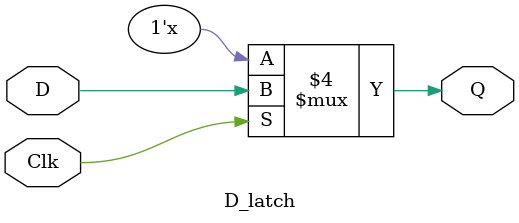
<source format=v>

module part2 (
    input  [1:0] SW,        // SW0=D, SW1=Clk
    output [9:0] LEDR       // LEDR0=Q, others unused
);

    D_latch u0 (
        .Clk(SW[1]),        // clock/enable from SW1
        .D  (SW[0]),        // data from SW0
        .Q  (LEDR[0])       // output to LEDR0
    );

    assign LEDR[9:1] = 9'b0; // unused LEDs off

endmodule

// D_latch
// Level-sensitive latch: transparent when Clk=1, holds when Clk=0
module D_latch (
    input  Clk,             // latch enable (level)
    input  D,               // data input
    output reg Q            // stored output
);

    // always block
    // When Clk is high, continuously update Q to match D.
    // When Clk is low, no assignment occurs, so Q retains its last value.
    always @ (D, Clk) begin
        if (Clk == 1'b1)
            Q = D;          // latch is transparent
    end

endmodule

</source>
